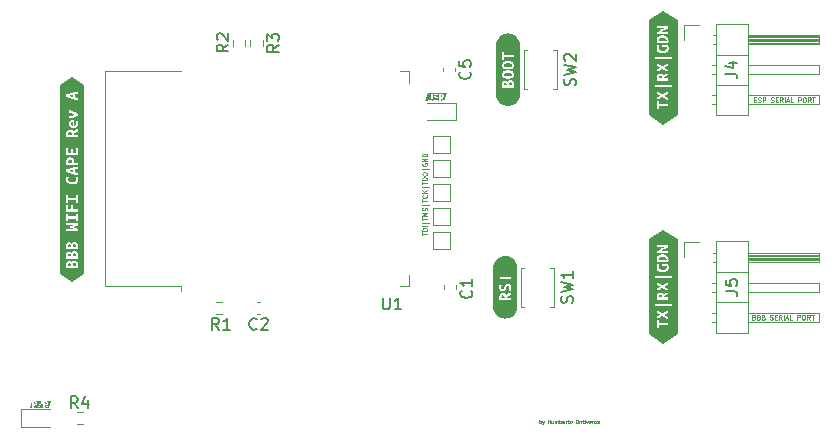
<source format=gbr>
%TF.GenerationSoftware,KiCad,Pcbnew,(5.1.12)-1*%
%TF.CreationDate,2023-08-18T20:52:49-06:00*%
%TF.ProjectId,X,582e6b69-6361-4645-9f70-636258585858,rev?*%
%TF.SameCoordinates,Original*%
%TF.FileFunction,Legend,Top*%
%TF.FilePolarity,Positive*%
%FSLAX46Y46*%
G04 Gerber Fmt 4.6, Leading zero omitted, Abs format (unit mm)*
G04 Created by KiCad (PCBNEW (5.1.12)-1) date 2023-08-18 20:52:49*
%MOMM*%
%LPD*%
G01*
G04 APERTURE LIST*
%ADD10C,0.075000*%
%ADD11C,0.100000*%
%ADD12C,0.120000*%
%ADD13C,0.150000*%
G04 APERTURE END LIST*
D10*
X163721571Y-125433914D02*
X163721571Y-125133914D01*
X163721571Y-125248200D02*
X163750142Y-125233914D01*
X163807285Y-125233914D01*
X163835857Y-125248200D01*
X163850142Y-125262485D01*
X163864428Y-125291057D01*
X163864428Y-125376771D01*
X163850142Y-125405342D01*
X163835857Y-125419628D01*
X163807285Y-125433914D01*
X163750142Y-125433914D01*
X163721571Y-125419628D01*
X163964428Y-125233914D02*
X164035857Y-125433914D01*
X164107285Y-125233914D02*
X164035857Y-125433914D01*
X164007285Y-125505342D01*
X163993000Y-125519628D01*
X163964428Y-125533914D01*
X164450142Y-125433914D02*
X164450142Y-125133914D01*
X164450142Y-125276771D02*
X164621571Y-125276771D01*
X164621571Y-125433914D02*
X164621571Y-125133914D01*
X164893000Y-125233914D02*
X164893000Y-125433914D01*
X164764428Y-125233914D02*
X164764428Y-125391057D01*
X164778714Y-125419628D01*
X164807285Y-125433914D01*
X164850142Y-125433914D01*
X164878714Y-125419628D01*
X164893000Y-125405342D01*
X165035857Y-125433914D02*
X165035857Y-125233914D01*
X165035857Y-125262485D02*
X165050142Y-125248200D01*
X165078714Y-125233914D01*
X165121571Y-125233914D01*
X165150142Y-125248200D01*
X165164428Y-125276771D01*
X165164428Y-125433914D01*
X165164428Y-125276771D02*
X165178714Y-125248200D01*
X165207285Y-125233914D01*
X165250142Y-125233914D01*
X165278714Y-125248200D01*
X165293000Y-125276771D01*
X165293000Y-125433914D01*
X165435857Y-125433914D02*
X165435857Y-125133914D01*
X165435857Y-125248200D02*
X165464428Y-125233914D01*
X165521571Y-125233914D01*
X165550142Y-125248200D01*
X165564428Y-125262485D01*
X165578714Y-125291057D01*
X165578714Y-125376771D01*
X165564428Y-125405342D01*
X165550142Y-125419628D01*
X165521571Y-125433914D01*
X165464428Y-125433914D01*
X165435857Y-125419628D01*
X165821571Y-125419628D02*
X165793000Y-125433914D01*
X165735857Y-125433914D01*
X165707285Y-125419628D01*
X165693000Y-125391057D01*
X165693000Y-125276771D01*
X165707285Y-125248200D01*
X165735857Y-125233914D01*
X165793000Y-125233914D01*
X165821571Y-125248200D01*
X165835857Y-125276771D01*
X165835857Y-125305342D01*
X165693000Y-125333914D01*
X165964428Y-125433914D02*
X165964428Y-125233914D01*
X165964428Y-125291057D02*
X165978714Y-125262485D01*
X165993000Y-125248200D01*
X166021571Y-125233914D01*
X166050142Y-125233914D01*
X166107285Y-125233914D02*
X166221571Y-125233914D01*
X166150142Y-125133914D02*
X166150142Y-125391057D01*
X166164428Y-125419628D01*
X166193000Y-125433914D01*
X166221571Y-125433914D01*
X166364428Y-125433914D02*
X166335857Y-125419628D01*
X166321571Y-125405342D01*
X166307285Y-125376771D01*
X166307285Y-125291057D01*
X166321571Y-125262485D01*
X166335857Y-125248200D01*
X166364428Y-125233914D01*
X166407285Y-125233914D01*
X166435857Y-125248200D01*
X166450142Y-125262485D01*
X166464428Y-125291057D01*
X166464428Y-125376771D01*
X166450142Y-125405342D01*
X166435857Y-125419628D01*
X166407285Y-125433914D01*
X166364428Y-125433914D01*
X166878714Y-125133914D02*
X166935857Y-125133914D01*
X166964428Y-125148200D01*
X166993000Y-125176771D01*
X167007285Y-125233914D01*
X167007285Y-125333914D01*
X166993000Y-125391057D01*
X166964428Y-125419628D01*
X166935857Y-125433914D01*
X166878714Y-125433914D01*
X166850142Y-125419628D01*
X166821571Y-125391057D01*
X166807285Y-125333914D01*
X166807285Y-125233914D01*
X166821571Y-125176771D01*
X166850142Y-125148200D01*
X166878714Y-125133914D01*
X167135857Y-125233914D02*
X167135857Y-125433914D01*
X167135857Y-125262485D02*
X167150142Y-125248200D01*
X167178714Y-125233914D01*
X167221571Y-125233914D01*
X167250142Y-125248200D01*
X167264428Y-125276771D01*
X167264428Y-125433914D01*
X167364428Y-125233914D02*
X167478714Y-125233914D01*
X167407285Y-125133914D02*
X167407285Y-125391057D01*
X167421571Y-125419628D01*
X167450142Y-125433914D01*
X167478714Y-125433914D01*
X167578714Y-125433914D02*
X167578714Y-125233914D01*
X167578714Y-125133914D02*
X167564428Y-125148200D01*
X167578714Y-125162485D01*
X167593000Y-125148200D01*
X167578714Y-125133914D01*
X167578714Y-125162485D01*
X167693000Y-125233914D02*
X167764428Y-125433914D01*
X167835857Y-125233914D01*
X168064428Y-125419628D02*
X168035857Y-125433914D01*
X167978714Y-125433914D01*
X167950142Y-125419628D01*
X167935857Y-125391057D01*
X167935857Y-125276771D01*
X167950142Y-125248200D01*
X167978714Y-125233914D01*
X168035857Y-125233914D01*
X168064428Y-125248200D01*
X168078714Y-125276771D01*
X168078714Y-125305342D01*
X167935857Y-125333914D01*
X168207285Y-125433914D02*
X168207285Y-125233914D01*
X168207285Y-125291057D02*
X168221571Y-125262485D01*
X168235857Y-125248200D01*
X168264428Y-125233914D01*
X168293000Y-125233914D01*
X168435857Y-125433914D02*
X168407285Y-125419628D01*
X168393000Y-125405342D01*
X168378714Y-125376771D01*
X168378714Y-125291057D01*
X168393000Y-125262485D01*
X168407285Y-125248200D01*
X168435857Y-125233914D01*
X168478714Y-125233914D01*
X168507285Y-125248200D01*
X168521571Y-125262485D01*
X168535857Y-125291057D01*
X168535857Y-125376771D01*
X168521571Y-125405342D01*
X168507285Y-125419628D01*
X168478714Y-125433914D01*
X168435857Y-125433914D01*
X168650142Y-125419628D02*
X168678714Y-125433914D01*
X168735857Y-125433914D01*
X168764428Y-125419628D01*
X168778714Y-125391057D01*
X168778714Y-125376771D01*
X168764428Y-125348200D01*
X168735857Y-125333914D01*
X168693000Y-125333914D01*
X168664428Y-125319628D01*
X168650142Y-125291057D01*
X168650142Y-125276771D01*
X168664428Y-125248200D01*
X168693000Y-125233914D01*
X168735857Y-125233914D01*
X168764428Y-125248200D01*
D11*
X181911942Y-98040828D02*
X182045276Y-98040828D01*
X182102419Y-98250352D02*
X181911942Y-98250352D01*
X181911942Y-97850352D01*
X182102419Y-97850352D01*
X182254800Y-98231304D02*
X182311942Y-98250352D01*
X182407180Y-98250352D01*
X182445276Y-98231304D01*
X182464323Y-98212257D01*
X182483371Y-98174161D01*
X182483371Y-98136066D01*
X182464323Y-98097971D01*
X182445276Y-98078923D01*
X182407180Y-98059876D01*
X182330990Y-98040828D01*
X182292895Y-98021780D01*
X182273847Y-98002733D01*
X182254800Y-97964638D01*
X182254800Y-97926542D01*
X182273847Y-97888447D01*
X182292895Y-97869400D01*
X182330990Y-97850352D01*
X182426228Y-97850352D01*
X182483371Y-97869400D01*
X182654800Y-98250352D02*
X182654800Y-97850352D01*
X182807180Y-97850352D01*
X182845276Y-97869400D01*
X182864323Y-97888447D01*
X182883371Y-97926542D01*
X182883371Y-97983685D01*
X182864323Y-98021780D01*
X182845276Y-98040828D01*
X182807180Y-98059876D01*
X182654800Y-98059876D01*
X183340514Y-98231304D02*
X183397657Y-98250352D01*
X183492895Y-98250352D01*
X183530990Y-98231304D01*
X183550038Y-98212257D01*
X183569085Y-98174161D01*
X183569085Y-98136066D01*
X183550038Y-98097971D01*
X183530990Y-98078923D01*
X183492895Y-98059876D01*
X183416704Y-98040828D01*
X183378609Y-98021780D01*
X183359561Y-98002733D01*
X183340514Y-97964638D01*
X183340514Y-97926542D01*
X183359561Y-97888447D01*
X183378609Y-97869400D01*
X183416704Y-97850352D01*
X183511942Y-97850352D01*
X183569085Y-97869400D01*
X183740514Y-98040828D02*
X183873847Y-98040828D01*
X183930990Y-98250352D02*
X183740514Y-98250352D01*
X183740514Y-97850352D01*
X183930990Y-97850352D01*
X184330990Y-98250352D02*
X184197657Y-98059876D01*
X184102419Y-98250352D02*
X184102419Y-97850352D01*
X184254800Y-97850352D01*
X184292895Y-97869400D01*
X184311942Y-97888447D01*
X184330990Y-97926542D01*
X184330990Y-97983685D01*
X184311942Y-98021780D01*
X184292895Y-98040828D01*
X184254800Y-98059876D01*
X184102419Y-98059876D01*
X184502419Y-98250352D02*
X184502419Y-97850352D01*
X184673847Y-98136066D02*
X184864323Y-98136066D01*
X184635752Y-98250352D02*
X184769085Y-97850352D01*
X184902419Y-98250352D01*
X185226228Y-98250352D02*
X185035752Y-98250352D01*
X185035752Y-97850352D01*
X185664323Y-98250352D02*
X185664323Y-97850352D01*
X185816704Y-97850352D01*
X185854800Y-97869400D01*
X185873847Y-97888447D01*
X185892895Y-97926542D01*
X185892895Y-97983685D01*
X185873847Y-98021780D01*
X185854800Y-98040828D01*
X185816704Y-98059876D01*
X185664323Y-98059876D01*
X186140514Y-97850352D02*
X186216704Y-97850352D01*
X186254800Y-97869400D01*
X186292895Y-97907495D01*
X186311942Y-97983685D01*
X186311942Y-98117019D01*
X186292895Y-98193209D01*
X186254800Y-98231304D01*
X186216704Y-98250352D01*
X186140514Y-98250352D01*
X186102419Y-98231304D01*
X186064323Y-98193209D01*
X186045276Y-98117019D01*
X186045276Y-97983685D01*
X186064323Y-97907495D01*
X186102419Y-97869400D01*
X186140514Y-97850352D01*
X186711942Y-98250352D02*
X186578609Y-98059876D01*
X186483371Y-98250352D02*
X186483371Y-97850352D01*
X186635752Y-97850352D01*
X186673847Y-97869400D01*
X186692895Y-97888447D01*
X186711942Y-97926542D01*
X186711942Y-97983685D01*
X186692895Y-98021780D01*
X186673847Y-98040828D01*
X186635752Y-98059876D01*
X186483371Y-98059876D01*
X186826228Y-97850352D02*
X187054800Y-97850352D01*
X186940514Y-98250352D02*
X186940514Y-97850352D01*
X181915104Y-116455828D02*
X181972247Y-116474876D01*
X181991295Y-116493923D01*
X182010342Y-116532019D01*
X182010342Y-116589161D01*
X181991295Y-116627257D01*
X181972247Y-116646304D01*
X181934152Y-116665352D01*
X181781771Y-116665352D01*
X181781771Y-116265352D01*
X181915104Y-116265352D01*
X181953200Y-116284400D01*
X181972247Y-116303447D01*
X181991295Y-116341542D01*
X181991295Y-116379638D01*
X181972247Y-116417733D01*
X181953200Y-116436780D01*
X181915104Y-116455828D01*
X181781771Y-116455828D01*
X182315104Y-116455828D02*
X182372247Y-116474876D01*
X182391295Y-116493923D01*
X182410342Y-116532019D01*
X182410342Y-116589161D01*
X182391295Y-116627257D01*
X182372247Y-116646304D01*
X182334152Y-116665352D01*
X182181771Y-116665352D01*
X182181771Y-116265352D01*
X182315104Y-116265352D01*
X182353200Y-116284400D01*
X182372247Y-116303447D01*
X182391295Y-116341542D01*
X182391295Y-116379638D01*
X182372247Y-116417733D01*
X182353200Y-116436780D01*
X182315104Y-116455828D01*
X182181771Y-116455828D01*
X182715104Y-116455828D02*
X182772247Y-116474876D01*
X182791295Y-116493923D01*
X182810342Y-116532019D01*
X182810342Y-116589161D01*
X182791295Y-116627257D01*
X182772247Y-116646304D01*
X182734152Y-116665352D01*
X182581771Y-116665352D01*
X182581771Y-116265352D01*
X182715104Y-116265352D01*
X182753200Y-116284400D01*
X182772247Y-116303447D01*
X182791295Y-116341542D01*
X182791295Y-116379638D01*
X182772247Y-116417733D01*
X182753200Y-116436780D01*
X182715104Y-116455828D01*
X182581771Y-116455828D01*
X183267485Y-116646304D02*
X183324628Y-116665352D01*
X183419866Y-116665352D01*
X183457961Y-116646304D01*
X183477009Y-116627257D01*
X183496057Y-116589161D01*
X183496057Y-116551066D01*
X183477009Y-116512971D01*
X183457961Y-116493923D01*
X183419866Y-116474876D01*
X183343676Y-116455828D01*
X183305580Y-116436780D01*
X183286533Y-116417733D01*
X183267485Y-116379638D01*
X183267485Y-116341542D01*
X183286533Y-116303447D01*
X183305580Y-116284400D01*
X183343676Y-116265352D01*
X183438914Y-116265352D01*
X183496057Y-116284400D01*
X183667485Y-116455828D02*
X183800819Y-116455828D01*
X183857961Y-116665352D02*
X183667485Y-116665352D01*
X183667485Y-116265352D01*
X183857961Y-116265352D01*
X184257961Y-116665352D02*
X184124628Y-116474876D01*
X184029390Y-116665352D02*
X184029390Y-116265352D01*
X184181771Y-116265352D01*
X184219866Y-116284400D01*
X184238914Y-116303447D01*
X184257961Y-116341542D01*
X184257961Y-116398685D01*
X184238914Y-116436780D01*
X184219866Y-116455828D01*
X184181771Y-116474876D01*
X184029390Y-116474876D01*
X184429390Y-116665352D02*
X184429390Y-116265352D01*
X184600819Y-116551066D02*
X184791295Y-116551066D01*
X184562723Y-116665352D02*
X184696057Y-116265352D01*
X184829390Y-116665352D01*
X185153200Y-116665352D02*
X184962723Y-116665352D01*
X184962723Y-116265352D01*
X185591295Y-116665352D02*
X185591295Y-116265352D01*
X185743676Y-116265352D01*
X185781771Y-116284400D01*
X185800819Y-116303447D01*
X185819866Y-116341542D01*
X185819866Y-116398685D01*
X185800819Y-116436780D01*
X185781771Y-116455828D01*
X185743676Y-116474876D01*
X185591295Y-116474876D01*
X186067485Y-116265352D02*
X186143676Y-116265352D01*
X186181771Y-116284400D01*
X186219866Y-116322495D01*
X186238914Y-116398685D01*
X186238914Y-116532019D01*
X186219866Y-116608209D01*
X186181771Y-116646304D01*
X186143676Y-116665352D01*
X186067485Y-116665352D01*
X186029390Y-116646304D01*
X185991295Y-116608209D01*
X185972247Y-116532019D01*
X185972247Y-116398685D01*
X185991295Y-116322495D01*
X186029390Y-116284400D01*
X186067485Y-116265352D01*
X186638914Y-116665352D02*
X186505580Y-116474876D01*
X186410342Y-116665352D02*
X186410342Y-116265352D01*
X186562723Y-116265352D01*
X186600819Y-116284400D01*
X186619866Y-116303447D01*
X186638914Y-116341542D01*
X186638914Y-116398685D01*
X186619866Y-116436780D01*
X186600819Y-116455828D01*
X186562723Y-116474876D01*
X186410342Y-116474876D01*
X186753200Y-116265352D02*
X186981771Y-116265352D01*
X186867485Y-116665352D02*
X186867485Y-116265352D01*
X153831952Y-109511666D02*
X153831952Y-109283095D01*
X154231952Y-109397380D02*
X153831952Y-109397380D01*
X154231952Y-109149761D02*
X153831952Y-109149761D01*
X153831952Y-109054523D01*
X153851000Y-108997380D01*
X153889095Y-108959285D01*
X153927190Y-108940238D01*
X154003380Y-108921190D01*
X154060523Y-108921190D01*
X154136714Y-108940238D01*
X154174809Y-108959285D01*
X154212904Y-108997380D01*
X154231952Y-109054523D01*
X154231952Y-109149761D01*
X154231952Y-108749761D02*
X153831952Y-108749761D01*
X154365285Y-108464047D02*
X153793857Y-108464047D01*
X153831952Y-108235476D02*
X153831952Y-108006904D01*
X154231952Y-108121190D02*
X153831952Y-108121190D01*
X154231952Y-107873571D02*
X153831952Y-107873571D01*
X154117666Y-107740238D01*
X153831952Y-107606904D01*
X154231952Y-107606904D01*
X154212904Y-107435476D02*
X154231952Y-107378333D01*
X154231952Y-107283095D01*
X154212904Y-107245000D01*
X154193857Y-107225952D01*
X154155761Y-107206904D01*
X154117666Y-107206904D01*
X154079571Y-107225952D01*
X154060523Y-107245000D01*
X154041476Y-107283095D01*
X154022428Y-107359285D01*
X154003380Y-107397380D01*
X153984333Y-107416428D01*
X153946238Y-107435476D01*
X153908142Y-107435476D01*
X153870047Y-107416428D01*
X153851000Y-107397380D01*
X153831952Y-107359285D01*
X153831952Y-107264047D01*
X153851000Y-107206904D01*
X154365285Y-106940238D02*
X153793857Y-106940238D01*
X153831952Y-106711666D02*
X153831952Y-106483095D01*
X154231952Y-106597380D02*
X153831952Y-106597380D01*
X154193857Y-106121190D02*
X154212904Y-106140238D01*
X154231952Y-106197380D01*
X154231952Y-106235476D01*
X154212904Y-106292619D01*
X154174809Y-106330714D01*
X154136714Y-106349761D01*
X154060523Y-106368809D01*
X154003380Y-106368809D01*
X153927190Y-106349761D01*
X153889095Y-106330714D01*
X153851000Y-106292619D01*
X153831952Y-106235476D01*
X153831952Y-106197380D01*
X153851000Y-106140238D01*
X153870047Y-106121190D01*
X154231952Y-105949761D02*
X153831952Y-105949761D01*
X154231952Y-105721190D02*
X154003380Y-105892619D01*
X153831952Y-105721190D02*
X154060523Y-105949761D01*
X154365285Y-105454523D02*
X153793857Y-105454523D01*
X153831952Y-105225952D02*
X153831952Y-104997380D01*
X154231952Y-105111666D02*
X153831952Y-105111666D01*
X154231952Y-104864047D02*
X153831952Y-104864047D01*
X153831952Y-104768809D01*
X153851000Y-104711666D01*
X153889095Y-104673571D01*
X153927190Y-104654523D01*
X154003380Y-104635476D01*
X154060523Y-104635476D01*
X154136714Y-104654523D01*
X154174809Y-104673571D01*
X154212904Y-104711666D01*
X154231952Y-104768809D01*
X154231952Y-104864047D01*
X153831952Y-104387857D02*
X153831952Y-104311666D01*
X153851000Y-104273571D01*
X153889095Y-104235476D01*
X153965285Y-104216428D01*
X154098619Y-104216428D01*
X154174809Y-104235476D01*
X154212904Y-104273571D01*
X154231952Y-104311666D01*
X154231952Y-104387857D01*
X154212904Y-104425952D01*
X154174809Y-104464047D01*
X154098619Y-104483095D01*
X153965285Y-104483095D01*
X153889095Y-104464047D01*
X153851000Y-104425952D01*
X153831952Y-104387857D01*
X154365285Y-103949761D02*
X153793857Y-103949761D01*
X153851000Y-103454523D02*
X153831952Y-103492619D01*
X153831952Y-103549761D01*
X153851000Y-103606904D01*
X153889095Y-103645000D01*
X153927190Y-103664047D01*
X154003380Y-103683095D01*
X154060523Y-103683095D01*
X154136714Y-103664047D01*
X154174809Y-103645000D01*
X154212904Y-103606904D01*
X154231952Y-103549761D01*
X154231952Y-103511666D01*
X154212904Y-103454523D01*
X154193857Y-103435476D01*
X154060523Y-103435476D01*
X154060523Y-103511666D01*
X154231952Y-103264047D02*
X153831952Y-103264047D01*
X154231952Y-103035476D01*
X153831952Y-103035476D01*
X154231952Y-102845000D02*
X153831952Y-102845000D01*
X153831952Y-102749761D01*
X153851000Y-102692619D01*
X153889095Y-102654523D01*
X153927190Y-102635476D01*
X154003380Y-102616428D01*
X154060523Y-102616428D01*
X154136714Y-102635476D01*
X154174809Y-102654523D01*
X154212904Y-102692619D01*
X154231952Y-102749761D01*
X154231952Y-102845000D01*
%TO.C,kibuzzard-64DF0CF9*%
G36*
X124080587Y-110457456D02*
G01*
X124048044Y-110344744D01*
X123958350Y-110306644D01*
X123901994Y-110317756D01*
X123868656Y-110347919D01*
X123852781Y-110392369D01*
X123848812Y-110444756D01*
X123850400Y-110490794D01*
X123855162Y-110533656D01*
X124080587Y-110533656D01*
X124080587Y-110457456D01*
G37*
G36*
X124080587Y-111251206D02*
G01*
X124048044Y-111138494D01*
X123958350Y-111100394D01*
X123901994Y-111111506D01*
X123868656Y-111141669D01*
X123852781Y-111186119D01*
X123848812Y-111238506D01*
X123850400Y-111284544D01*
X123855162Y-111327406D01*
X124080587Y-111327406D01*
X124080587Y-111251206D01*
G37*
G36*
X124080587Y-112044956D02*
G01*
X124048044Y-111932244D01*
X123958350Y-111894144D01*
X123901994Y-111905256D01*
X123868656Y-111935419D01*
X123852781Y-111979869D01*
X123848812Y-112032256D01*
X123850400Y-112078294D01*
X123855162Y-112121156D01*
X124080587Y-112121156D01*
X124080587Y-112044956D01*
G37*
G36*
X124228225Y-99946619D02*
G01*
X124170281Y-99954556D01*
X124120275Y-99979956D01*
X124084556Y-100024406D01*
X124071062Y-100091081D01*
X124083762Y-100156962D01*
X124118687Y-100203000D01*
X124169487Y-100231575D01*
X124228225Y-100245069D01*
X124228225Y-99946619D01*
G37*
G36*
X123999625Y-100776881D02*
G01*
X123932156Y-100788787D01*
X123885325Y-100824506D01*
X123857941Y-100879672D01*
X123848812Y-100949919D01*
X123849606Y-100976906D01*
X123853575Y-101008656D01*
X124148850Y-101008656D01*
X124148850Y-100965794D01*
X124139127Y-100879672D01*
X124109956Y-100821331D01*
X123999625Y-100776881D01*
G37*
G36*
X124242513Y-110533656D02*
G01*
X124509213Y-110533656D01*
X124513975Y-110488413D01*
X124515563Y-110439994D01*
X124510006Y-110374906D01*
X124489369Y-110318550D01*
X124446506Y-110278069D01*
X124375863Y-110262194D01*
X124273469Y-110307438D01*
X124242513Y-110428881D01*
X124242513Y-110533656D01*
G37*
G36*
X124242513Y-111327406D02*
G01*
X124509213Y-111327406D01*
X124513975Y-111282163D01*
X124515563Y-111233744D01*
X124510006Y-111168656D01*
X124489369Y-111112300D01*
X124446506Y-111071819D01*
X124375863Y-111055944D01*
X124273469Y-111101188D01*
X124242513Y-111222631D01*
X124242513Y-111327406D01*
G37*
G36*
X124242513Y-112121156D02*
G01*
X124509213Y-112121156D01*
X124513975Y-112075913D01*
X124515563Y-112027494D01*
X124510006Y-111962406D01*
X124489369Y-111906050D01*
X124446506Y-111865569D01*
X124375863Y-111849694D01*
X124273469Y-111894938D01*
X124242513Y-112016381D01*
X124242513Y-112121156D01*
G37*
G36*
X123848812Y-103293069D02*
G01*
X123849606Y-103341487D01*
X123853575Y-103389906D01*
X124171075Y-103389906D01*
X124171075Y-103310531D01*
X124161748Y-103228378D01*
X124133769Y-103169244D01*
X124083167Y-103133525D01*
X124005975Y-103121619D01*
X123932752Y-103133327D01*
X123884531Y-103168450D01*
X123857742Y-103223020D01*
X123848812Y-103293069D01*
G37*
G36*
X123880562Y-97719356D02*
G01*
X123986131Y-97748725D01*
X124084556Y-97774125D01*
X124182188Y-97796350D01*
X124283788Y-97816194D01*
X124283788Y-97624106D01*
X124182188Y-97643156D01*
X124084556Y-97664587D01*
X123986131Y-97689987D01*
X123880562Y-97719356D01*
G37*
G36*
X123880562Y-104069356D02*
G01*
X123986131Y-104098725D01*
X124084556Y-104124125D01*
X124182188Y-104146350D01*
X124283788Y-104166194D01*
X124283788Y-103974106D01*
X124182188Y-103993156D01*
X124084556Y-104014587D01*
X123986131Y-104039987D01*
X123880562Y-104069356D01*
G37*
G36*
X123155207Y-112316419D02*
G01*
X123678950Y-112062419D01*
X123684705Y-111961613D01*
X123701969Y-111881444D01*
X123762294Y-111771906D01*
X123845637Y-111717931D01*
X123937712Y-111703644D01*
X124003594Y-111712177D01*
X124061537Y-111737775D01*
X124147262Y-111829056D01*
X124190125Y-111745117D01*
X124245688Y-111693325D01*
X124309188Y-111666536D01*
X124375863Y-111657606D01*
X124457420Y-111665147D01*
X124524294Y-111687769D01*
X124656850Y-111522669D01*
X123702762Y-111522669D01*
X123686094Y-111400431D01*
X123678950Y-111268669D01*
X123684705Y-111167863D01*
X123701969Y-111087694D01*
X123762294Y-110978156D01*
X123845637Y-110924181D01*
X123937712Y-110909894D01*
X124003594Y-110918427D01*
X124061537Y-110944025D01*
X124147262Y-111035306D01*
X124190125Y-110951367D01*
X124245688Y-110899575D01*
X124309188Y-110872786D01*
X124375863Y-110863856D01*
X124457420Y-110871397D01*
X124524294Y-110894019D01*
X124619544Y-110975775D01*
X124650103Y-111032131D01*
X124670344Y-111098013D01*
X124681655Y-111171236D01*
X124685425Y-111249619D01*
X124683639Y-111315897D01*
X124678281Y-111384556D01*
X124669352Y-111454009D01*
X124656850Y-111522669D01*
X124524294Y-111687769D01*
X124619544Y-111769525D01*
X124650103Y-111825881D01*
X124670344Y-111891763D01*
X124681655Y-111964986D01*
X124685425Y-112043369D01*
X124683639Y-112109647D01*
X124678281Y-112178306D01*
X124669352Y-112247759D01*
X124656850Y-112316419D01*
X123702762Y-112316419D01*
X123686094Y-112194181D01*
X123678950Y-112062419D01*
X123155207Y-112316419D01*
X123155207Y-112829049D01*
X124180600Y-113512644D01*
X125205993Y-112829049D01*
X124656850Y-110728919D01*
X123702762Y-110728919D01*
X123686094Y-110606681D01*
X123678950Y-110474919D01*
X123684705Y-110374113D01*
X123701969Y-110293944D01*
X123762294Y-110184406D01*
X123845637Y-110130431D01*
X123937712Y-110116144D01*
X124003594Y-110124677D01*
X124061537Y-110150275D01*
X124147262Y-110241556D01*
X124190125Y-110157617D01*
X124245688Y-110105825D01*
X124309188Y-110079036D01*
X124375863Y-110070106D01*
X124457420Y-110077647D01*
X124190919Y-109170788D01*
X124064316Y-109177336D01*
X123936919Y-109182694D01*
X123811308Y-109187059D01*
X123690062Y-109190631D01*
X123690062Y-109009656D01*
X123785312Y-109011244D01*
X123883737Y-109012831D01*
X123983552Y-109014419D01*
X124082969Y-109016006D01*
X124180997Y-109017594D01*
X124276644Y-109019181D01*
X124368123Y-109020372D01*
X124453650Y-109020769D01*
X124342525Y-108988225D01*
X124223463Y-108953300D01*
X124115512Y-108922344D01*
X124037725Y-108900119D01*
X124037725Y-108757244D01*
X124112337Y-108738194D01*
X124210763Y-108710413D01*
X124326650Y-108677075D01*
X124453650Y-108641356D01*
X124368123Y-108641753D01*
X124276644Y-108642944D01*
X124181195Y-108644531D01*
X124083762Y-108646119D01*
X123984742Y-108647706D01*
X123884531Y-108649294D01*
X123785511Y-108650484D01*
X123690062Y-108650881D01*
X123690062Y-108469906D01*
X123812498Y-108474669D01*
X123938506Y-108479431D01*
X124065903Y-108484591D01*
X124192506Y-108490544D01*
X124317720Y-108497489D01*
X124440950Y-108505625D01*
X124560013Y-108514952D01*
X124672725Y-108525469D01*
X124672725Y-108687394D01*
X124568942Y-108722319D01*
X124457619Y-108757244D01*
X124345105Y-108792169D01*
X124237750Y-108827094D01*
X124342128Y-108862813D01*
X124455238Y-108900119D01*
X124568347Y-108936631D01*
X124672725Y-108969969D01*
X124672725Y-109131894D01*
X124559814Y-109143800D01*
X124440156Y-109154119D01*
X124316331Y-109163048D01*
X124190919Y-109170788D01*
X124457420Y-110077647D01*
X124524294Y-110100269D01*
X124619544Y-110182025D01*
X124650103Y-110238381D01*
X124670344Y-110304263D01*
X124681655Y-110377486D01*
X124685425Y-110455869D01*
X124683639Y-110522147D01*
X124678281Y-110590806D01*
X124669352Y-110660259D01*
X124656850Y-110728919D01*
X125205993Y-112829049D01*
X125205993Y-112316419D01*
X124672725Y-108347669D01*
X124510800Y-108347669D01*
X124510800Y-108133356D01*
X123851987Y-108133356D01*
X123851987Y-108347669D01*
X123690062Y-108347669D01*
X123690062Y-107723781D01*
X123851987Y-107723781D01*
X123851987Y-107936506D01*
X124510800Y-107936506D01*
X124510800Y-107723781D01*
X124672725Y-107723781D01*
X124672725Y-108347669D01*
X125205993Y-112316419D01*
X125205993Y-97335181D01*
X124672725Y-107539631D01*
X123690062Y-107539631D01*
X123690062Y-106937969D01*
X123851987Y-106937969D01*
X123851987Y-107344369D01*
X124090112Y-107344369D01*
X124090112Y-106988769D01*
X124252038Y-106988769D01*
X124252038Y-107344369D01*
X124672725Y-107344369D01*
X124672725Y-107539631D01*
X125205993Y-97335181D01*
X125205993Y-96822551D01*
X124672725Y-106760169D01*
X124510800Y-106760169D01*
X124510800Y-106545856D01*
X123851987Y-106545856D01*
X123851987Y-106760169D01*
X123690062Y-106760169D01*
X123690062Y-106136281D01*
X123851987Y-106136281D01*
X123851987Y-106349006D01*
X124510800Y-106349006D01*
X124510800Y-106136281D01*
X124678546Y-104916199D01*
X124634096Y-105022033D01*
X124560013Y-105105994D01*
X124486293Y-105153916D01*
X124398484Y-105188147D01*
X124296587Y-105208685D01*
X124180600Y-105215531D01*
X124065109Y-105207197D01*
X123963112Y-105182194D01*
X123875205Y-105142308D01*
X123801981Y-105089325D01*
X123744037Y-105024238D01*
X123701969Y-104948038D01*
X123676370Y-104862511D01*
X123667837Y-104769444D01*
X123676569Y-104674987D01*
X123696412Y-104601169D01*
X123720225Y-104547987D01*
X123739275Y-104515444D01*
X123894850Y-104566244D01*
X123854369Y-104654350D01*
X123837700Y-104772619D01*
X123854369Y-104862313D01*
X123909931Y-104940100D01*
X124013912Y-104995663D01*
X124086937Y-105011736D01*
X124175837Y-105017094D01*
X124279290Y-105010656D01*
X124448570Y-104394222D01*
X124342684Y-104365965D01*
X124240925Y-104337580D01*
X124143294Y-104309069D01*
X124025372Y-104273648D01*
X123910527Y-104238822D01*
X123798757Y-104204591D01*
X123690062Y-104170956D01*
X123690062Y-103958231D01*
X123799650Y-103923356D01*
X123912511Y-103888580D01*
X124028646Y-103853903D01*
X124148056Y-103819325D01*
X124246513Y-103791861D01*
X124348208Y-103764715D01*
X124453142Y-103737886D01*
X124561314Y-103711375D01*
X124672725Y-103685181D01*
X124672725Y-103894731D01*
X124445713Y-103940769D01*
X124445713Y-104202706D01*
X124672725Y-104247156D01*
X124672725Y-104450356D01*
X124558584Y-104422353D01*
X124448570Y-104394222D01*
X124279290Y-105010656D01*
X124365279Y-104991341D01*
X124433806Y-104959150D01*
X124501077Y-104882752D01*
X124523500Y-104769444D01*
X124506038Y-104643237D01*
X124471113Y-104563069D01*
X124625100Y-104513856D01*
X124671931Y-104625775D01*
X124688005Y-104701777D01*
X124693363Y-104788494D01*
X124678546Y-104916199D01*
X124510800Y-106136281D01*
X124672725Y-106136281D01*
X124672725Y-106760169D01*
X125205993Y-96822551D01*
X124180600Y-96138956D01*
X124561314Y-97361375D01*
X124672725Y-97335181D01*
X124672725Y-97544731D01*
X124445713Y-97590769D01*
X124445713Y-97852706D01*
X124672725Y-97897156D01*
X124672725Y-98100356D01*
X124558584Y-98072353D01*
X124448570Y-98044222D01*
X124342684Y-98015965D01*
X124240925Y-97987580D01*
X124143294Y-97959069D01*
X124025372Y-97923648D01*
X123910527Y-97888822D01*
X123798757Y-97854591D01*
X123690062Y-97820956D01*
X123690062Y-97608231D01*
X123799650Y-97573356D01*
X123912511Y-97538580D01*
X124028646Y-97503903D01*
X124148056Y-97469325D01*
X124246513Y-97441861D01*
X124348208Y-97414715D01*
X124453142Y-97387886D01*
X124561314Y-97361375D01*
X124180600Y-96138956D01*
X123155207Y-96822551D01*
X123678950Y-103315294D01*
X123687505Y-103199759D01*
X123678950Y-100949919D01*
X123683712Y-100869750D01*
X123698000Y-100797519D01*
X123722209Y-100734019D01*
X123756737Y-100680044D01*
X123857544Y-100604637D01*
X123924020Y-100584992D01*
X124001212Y-100578444D01*
X124082969Y-100587175D01*
X124156787Y-100613369D01*
X124218303Y-100659803D01*
X124306013Y-100446681D01*
X124213541Y-100439141D01*
X124132975Y-100416519D01*
X124064514Y-100381594D01*
X124008356Y-100337144D01*
X123964502Y-100284359D01*
X123932950Y-100224431D01*
X123913900Y-100160137D01*
X123907550Y-100094256D01*
X123918398Y-99993009D01*
X123950942Y-99909401D01*
X124005181Y-99843431D01*
X124080235Y-99795806D01*
X124175220Y-99767231D01*
X124290138Y-99757706D01*
X124329825Y-99758500D01*
X124363163Y-99760881D01*
X124363163Y-100245069D01*
X124428448Y-100229987D01*
X124478256Y-100184744D01*
X124509808Y-100115687D01*
X124520325Y-100029169D01*
X124507625Y-99917250D01*
X124482225Y-99827556D01*
X124648913Y-99800569D01*
X124672725Y-99394169D01*
X124573153Y-99442058D01*
X124462822Y-99490477D01*
X124341731Y-99539425D01*
X124244646Y-99575888D01*
X124143095Y-99611458D01*
X124037080Y-99646135D01*
X123926600Y-99679919D01*
X123926600Y-99475131D01*
X123988909Y-99459455D01*
X124055187Y-99441000D01*
X124123648Y-99420561D01*
X124192506Y-99398931D01*
X124260570Y-99376508D01*
X124326650Y-99353687D01*
X124445713Y-99310031D01*
X124326650Y-99263994D01*
X124260570Y-99238792D01*
X124192506Y-99213987D01*
X124123648Y-99189778D01*
X124055187Y-99166362D01*
X123988909Y-99145527D01*
X123926600Y-99129056D01*
X123926600Y-98930619D01*
X124037080Y-98964849D01*
X124143095Y-99000866D01*
X124244646Y-99038668D01*
X124341731Y-99078256D01*
X124462822Y-99131173D01*
X124573153Y-99181973D01*
X124672725Y-99230656D01*
X124672725Y-99394169D01*
X124648913Y-99800569D01*
X124678281Y-99908519D01*
X124690188Y-100037106D01*
X124684036Y-100127395D01*
X124665581Y-100207762D01*
X124635022Y-100277612D01*
X124592556Y-100336350D01*
X124538383Y-100383380D01*
X124472700Y-100418106D01*
X124395309Y-100439537D01*
X124306013Y-100446681D01*
X124218303Y-100659803D01*
X124263150Y-100729256D01*
X124354431Y-100672106D01*
X124459206Y-100613369D01*
X124568744Y-100558600D01*
X124672725Y-100513356D01*
X124672725Y-100718144D01*
X124579261Y-100757633D01*
X124489369Y-100803075D01*
X124400667Y-100853280D01*
X124310775Y-100907056D01*
X124310775Y-101008656D01*
X124672725Y-101008656D01*
X124672725Y-101203919D01*
X123704350Y-101203919D01*
X123692444Y-101141212D01*
X123684506Y-101072156D01*
X123680538Y-101005481D01*
X123678950Y-100949919D01*
X123687505Y-103199759D01*
X123713169Y-103102922D01*
X123755944Y-103024781D01*
X123818121Y-102967455D01*
X123901994Y-102933059D01*
X124007562Y-102921594D01*
X124114190Y-102933147D01*
X124199121Y-102967808D01*
X124262356Y-103025575D01*
X124306013Y-103104509D01*
X124332206Y-103202669D01*
X124340938Y-103320056D01*
X124340938Y-103389906D01*
X124672725Y-102777131D01*
X123690062Y-102777131D01*
X123690062Y-102181819D01*
X123851987Y-102181819D01*
X123851987Y-102581869D01*
X124072650Y-102581869D01*
X124072650Y-102234206D01*
X124234575Y-102234206D01*
X124234575Y-102581869D01*
X124510800Y-102581869D01*
X124510800Y-102146894D01*
X124672725Y-102146894D01*
X124672725Y-102777131D01*
X124340938Y-103389906D01*
X124672725Y-103389906D01*
X124672725Y-103585169D01*
X123702762Y-103585169D01*
X123691650Y-103520875D01*
X123684506Y-103448644D01*
X123680538Y-103377206D01*
X123678950Y-103315294D01*
X123155207Y-96822551D01*
X123155207Y-97335181D01*
X123155207Y-112316419D01*
G37*
%TO.C,kibuzzard-64DF08E2*%
G36*
X122013504Y-123744672D02*
G01*
X122006360Y-123704191D01*
X121984929Y-123676092D01*
X121951829Y-123659662D01*
X121909681Y-123654185D01*
X121893489Y-123654661D01*
X121874439Y-123657042D01*
X121874439Y-123834208D01*
X121900156Y-123834208D01*
X121951829Y-123828373D01*
X121986834Y-123810871D01*
X122013504Y-123744672D01*
G37*
G36*
X120980041Y-123654185D02*
G01*
X120950990Y-123654661D01*
X120921939Y-123657042D01*
X120921939Y-123847542D01*
X120969564Y-123847542D01*
X121018856Y-123841947D01*
X121054336Y-123825159D01*
X121075767Y-123794798D01*
X121082911Y-123748482D01*
X121075887Y-123704548D01*
X121054812Y-123675616D01*
X121022070Y-123659543D01*
X120980041Y-123654185D01*
G37*
G36*
X120804781Y-123524486D02*
G01*
X120966706Y-123552267D01*
X121036027Y-123557400D01*
X121094130Y-123572799D01*
X121141014Y-123598464D01*
X121175410Y-123635770D01*
X121256266Y-123707049D01*
X121253647Y-123631682D01*
X121251504Y-123558935D01*
X121360089Y-123558935D01*
X121359136Y-123616085D01*
X121358184Y-123675140D01*
X121357231Y-123735028D01*
X121356279Y-123794679D01*
X121355326Y-123853496D01*
X121354374Y-123910884D01*
X121353659Y-123965772D01*
X121353421Y-124017088D01*
X121372947Y-123950413D01*
X121393902Y-123878975D01*
X121412476Y-123814205D01*
X121425811Y-123767532D01*
X121511536Y-123767532D01*
X121522966Y-123812300D01*
X121539635Y-123871355D01*
X121559638Y-123940888D01*
X121581069Y-124017088D01*
X121580831Y-123965772D01*
X121580116Y-123910884D01*
X121579164Y-123853615D01*
X121578211Y-123795155D01*
X121577259Y-123735743D01*
X121576306Y-123675616D01*
X121575592Y-123616204D01*
X121575354Y-123558935D01*
X121683939Y-123558935D01*
X121681081Y-123632397D01*
X121757281Y-124148533D01*
X121757281Y-123567507D01*
X121794905Y-123560364D01*
X121836339Y-123555601D01*
X121876344Y-123553220D01*
X121909681Y-123552267D01*
X121957783Y-123555125D01*
X122001121Y-123563697D01*
X122039221Y-123578223D01*
X122071606Y-123598940D01*
X122116850Y-123659424D01*
X122128637Y-123699310D01*
X122132566Y-123745625D01*
X122127328Y-123794679D01*
X122111611Y-123838970D01*
X122083751Y-123875879D01*
X122042079Y-123902788D01*
X122076369Y-123957556D01*
X122111611Y-124020421D01*
X122144473Y-124086144D01*
X122171619Y-124148533D01*
X122048746Y-124148533D01*
X122025053Y-124092454D01*
X121997788Y-124038519D01*
X121967665Y-123985298D01*
X121935399Y-123931363D01*
X121874439Y-123931363D01*
X121874439Y-124148533D01*
X121757281Y-124148533D01*
X121681081Y-123632397D01*
X121678224Y-123708001D01*
X121675128Y-123784439D01*
X121671556Y-123860401D01*
X121667389Y-123935530D01*
X121662508Y-124009468D01*
X121656912Y-124080905D01*
X121650601Y-124148533D01*
X121553446Y-124148533D01*
X121532491Y-124086263D01*
X121511536Y-124019469D01*
X121490581Y-123951960D01*
X121469626Y-123887548D01*
X121448195Y-123950174D01*
X121425811Y-124018040D01*
X121403904Y-124085906D01*
X121383901Y-124148533D01*
X121286746Y-124148533D01*
X121279602Y-124080786D01*
X121273411Y-124008991D01*
X121268053Y-123934696D01*
X121263410Y-123859449D01*
X121259481Y-123783487D01*
X121256266Y-123707049D01*
X121175410Y-123635770D01*
X121196047Y-123686094D01*
X121202926Y-123749435D01*
X121195994Y-123813411D01*
X121175198Y-123864370D01*
X121140537Y-123902311D01*
X121093177Y-123928505D01*
X121034281Y-123944221D01*
X120963849Y-123949460D01*
X120921939Y-123949460D01*
X120921939Y-124148533D01*
X120804781Y-124148533D01*
X120804781Y-123566555D01*
X120843357Y-123559887D01*
X120886696Y-123555601D01*
X120929559Y-123553220D01*
X120966706Y-123552267D01*
X120804781Y-123524486D01*
X120777000Y-123524486D01*
X120581452Y-124176314D01*
X120777000Y-124176314D01*
X120804781Y-124176314D01*
X122171619Y-124176314D01*
X122199400Y-124176314D01*
X122394948Y-123524486D01*
X122199400Y-123524486D01*
X122171619Y-123524486D01*
X120804781Y-123524486D01*
G37*
%TO.C,kibuzzard-64DF07FE*%
G36*
X155523248Y-97732215D02*
G01*
X155516104Y-97691734D01*
X155494672Y-97663635D01*
X155461573Y-97647204D01*
X155419425Y-97641727D01*
X155403233Y-97642204D01*
X155384183Y-97644585D01*
X155384183Y-97821750D01*
X155409900Y-97821750D01*
X155461573Y-97815916D01*
X155496578Y-97798414D01*
X155523248Y-97732215D01*
G37*
G36*
X154300237Y-97505361D02*
G01*
X154300237Y-97546477D01*
X154418347Y-97546477D01*
X154418347Y-97915095D01*
X154422157Y-97977484D01*
X154435016Y-98017965D01*
X154460257Y-98039873D01*
X154501215Y-98046540D01*
X154542172Y-98039873D01*
X154567890Y-98017489D01*
X154581225Y-97976531D01*
X154585035Y-97914143D01*
X154585035Y-97546477D01*
X154702192Y-97546477D01*
X154702192Y-97922715D01*
X154699811Y-97971769D01*
X154692667Y-98016060D01*
X154679571Y-98054874D01*
X154659330Y-98087498D01*
X154777440Y-98103690D01*
X154811730Y-98008440D01*
X154873166Y-98037015D01*
X154912814Y-98047016D01*
X154960320Y-98050350D01*
X155009374Y-98044159D01*
X155040330Y-98027014D01*
X155056046Y-98002249D01*
X155060333Y-97974150D01*
X155049855Y-97941765D01*
X155023185Y-97916524D01*
X154986990Y-97896521D01*
X154946985Y-97879853D01*
X154891740Y-97857945D01*
X154839829Y-97826512D01*
X154801252Y-97779364D01*
X154786012Y-97709355D01*
X154799467Y-97635536D01*
X154839829Y-97579815D01*
X154880204Y-97553886D01*
X154929575Y-97538328D01*
X154987942Y-97533142D01*
X155038782Y-97536238D01*
X155082716Y-97545525D01*
X155419425Y-97539810D01*
X155467526Y-97542667D01*
X155510865Y-97551240D01*
X155548965Y-97565766D01*
X155581350Y-97586483D01*
X155626594Y-97646966D01*
X155638381Y-97686852D01*
X155642310Y-97733167D01*
X155637071Y-97782221D01*
X155621355Y-97826512D01*
X155593494Y-97863422D01*
X155551823Y-97890330D01*
X155586113Y-97945099D01*
X155621355Y-98007964D01*
X155654216Y-98073686D01*
X155681363Y-98136075D01*
X155558490Y-98136075D01*
X155534797Y-98079997D01*
X155507531Y-98026061D01*
X155477408Y-97972840D01*
X155445143Y-97918905D01*
X155384183Y-97918905D01*
X155384183Y-98136075D01*
X155267025Y-98136075D01*
X155267025Y-97555050D01*
X155304649Y-97547906D01*
X155346083Y-97543144D01*
X155386088Y-97540762D01*
X155419425Y-97539810D01*
X155082716Y-97545525D01*
X155150820Y-97573147D01*
X155116530Y-97663635D01*
X155063666Y-97640775D01*
X154996515Y-97631250D01*
X154944657Y-97638764D01*
X154913542Y-97661307D01*
X154903170Y-97698877D01*
X154912695Y-97728881D01*
X154936984Y-97751741D01*
X154970321Y-97769362D01*
X155006992Y-97783650D01*
X155064619Y-97806986D01*
X155119864Y-97841276D01*
X155161298Y-97894616D01*
X155173442Y-97930692D01*
X155177490Y-97975103D01*
X155164036Y-98048564D01*
X155123674Y-98103214D01*
X155081605Y-98128349D01*
X155027154Y-98143430D01*
X154960320Y-98148458D01*
X154894359Y-98144528D01*
X154843162Y-98132741D01*
X154777440Y-98103690D01*
X154659330Y-98087498D01*
X154631707Y-98113572D01*
X154596465Y-98132741D01*
X154552650Y-98144528D01*
X154499310Y-98148458D01*
X154446803Y-98144528D01*
X154403584Y-98132741D01*
X154342147Y-98087498D01*
X154322621Y-98054874D01*
X154309762Y-98016060D01*
X154302619Y-97971769D01*
X154300237Y-97922715D01*
X154300237Y-97546477D01*
X154300237Y-97505361D01*
X154272456Y-97505361D01*
X154071193Y-98176239D01*
X154272456Y-98176239D01*
X154300237Y-98176239D01*
X155681363Y-98176239D01*
X155709144Y-98176239D01*
X155910407Y-97505361D01*
X155709144Y-97505361D01*
X155681363Y-97505361D01*
X154300237Y-97505361D01*
G37*
%TO.C,kibuzzard-64DF05EC*%
G36*
X173045570Y-117409119D02*
G01*
X173685200Y-116694744D01*
X173847125Y-116694744D01*
X173847125Y-116953506D01*
X174290831Y-116443919D01*
X174218402Y-116403438D01*
X174148750Y-116364544D01*
X173685200Y-116621719D01*
X173685200Y-116410581D01*
X173999525Y-116255006D01*
X173685200Y-116091494D01*
X173685200Y-115894644D01*
X174143987Y-116145469D01*
X173558200Y-115561269D01*
X173558200Y-115364419D01*
X173674087Y-114727831D01*
X173678850Y-114647663D01*
X173693137Y-114575431D01*
X173717347Y-114511931D01*
X173751875Y-114457956D01*
X173852681Y-114382550D01*
X173919158Y-114362905D01*
X173996350Y-114356356D01*
X174078106Y-114365088D01*
X174151925Y-114391281D01*
X174213441Y-114437716D01*
X174258288Y-114507169D01*
X174349569Y-114450019D01*
X174454344Y-114391281D01*
X174563881Y-114336513D01*
X174667863Y-114291269D01*
X174667863Y-114496056D01*
X174574398Y-114535545D01*
X174484506Y-114580988D01*
X174395805Y-114631192D01*
X174305913Y-114684969D01*
X174305913Y-114786569D01*
X174667863Y-114786569D01*
X174667863Y-114981831D01*
X173699487Y-114981831D01*
X173687581Y-114919125D01*
X173679644Y-114850069D01*
X173675675Y-114783394D01*
X173674087Y-114727831D01*
X173558200Y-115364419D01*
X174929800Y-115364419D01*
X174929800Y-115561269D01*
X173558200Y-115561269D01*
X174143987Y-116145469D01*
X174213837Y-116103003D01*
X174286863Y-116061331D01*
X174360483Y-116021445D01*
X174432119Y-115984338D01*
X174500381Y-115950802D01*
X174563881Y-115921631D01*
X174667863Y-115878769D01*
X174667863Y-116089906D01*
X174582534Y-116123442D01*
X174488475Y-116163725D01*
X174390050Y-116208373D01*
X174291625Y-116255006D01*
X174387073Y-116301044D01*
X174486094Y-116347081D01*
X174581939Y-116389944D01*
X174667863Y-116426456D01*
X174667863Y-116637594D01*
X174564675Y-116590763D01*
X174501969Y-116558219D01*
X174434500Y-116522500D01*
X174363658Y-116484202D01*
X174290831Y-116443919D01*
X173847125Y-116953506D01*
X174667863Y-116953506D01*
X174667863Y-117150356D01*
X173847125Y-117150356D01*
X173847125Y-117409119D01*
X173685200Y-117409119D01*
X173685200Y-116694744D01*
X173045570Y-117409119D01*
X173045570Y-117921749D01*
X174244000Y-118720702D01*
X175442430Y-117921749D01*
X174667863Y-113708656D01*
X174582534Y-113742192D01*
X174488475Y-113782475D01*
X174390050Y-113827123D01*
X174291625Y-113873756D01*
X174387073Y-113919794D01*
X174486094Y-113965831D01*
X174581939Y-114008694D01*
X174667863Y-114045206D01*
X174667863Y-114256344D01*
X174564675Y-114209513D01*
X174501969Y-114176969D01*
X174434500Y-114141250D01*
X174363658Y-114102952D01*
X174290831Y-114062669D01*
X174218402Y-114022188D01*
X174148750Y-113983294D01*
X173685200Y-114240469D01*
X173685200Y-114029331D01*
X173999525Y-113873756D01*
X173685200Y-113710244D01*
X173685200Y-113513394D01*
X174143987Y-113764219D01*
X174213837Y-113721753D01*
X174286863Y-113680081D01*
X174360483Y-113640195D01*
X174432119Y-113603087D01*
X174500381Y-113569552D01*
X174563881Y-113540381D01*
X174667863Y-113497519D01*
X174667863Y-113708656D01*
X175442430Y-117921749D01*
X175442430Y-117409119D01*
X175442430Y-110378081D01*
X174929800Y-112983169D01*
X174929800Y-113180019D01*
X173558200Y-113180019D01*
X173558200Y-112983169D01*
X174929800Y-112983169D01*
X175442430Y-110378081D01*
X175442430Y-109865451D01*
X174667863Y-110535244D01*
X174558942Y-110581017D01*
X174450199Y-110629435D01*
X174341631Y-110680500D01*
X174233064Y-110734210D01*
X174124320Y-110790567D01*
X174015400Y-110849569D01*
X174667863Y-110849569D01*
X174667863Y-111025781D01*
X173685200Y-111025781D01*
X173685200Y-110868619D01*
X173758027Y-110824169D01*
X173836806Y-110779719D01*
X173918364Y-110735864D01*
X173999525Y-110693200D01*
X174079297Y-110652719D01*
X174156687Y-110615412D01*
X174228125Y-110582273D01*
X174290038Y-110554294D01*
X173685200Y-110554294D01*
X173685200Y-110378081D01*
X174667863Y-110378081D01*
X174667863Y-110535244D01*
X175442430Y-109865451D01*
X174244000Y-109066498D01*
X173045570Y-109865451D01*
X173734412Y-111949706D01*
X173889987Y-112000506D01*
X173850300Y-112086231D01*
X173832837Y-112191006D01*
X173858237Y-112308481D01*
X173928881Y-112387062D01*
X174036831Y-112431512D01*
X174102911Y-112441633D01*
X174175737Y-112445006D01*
X174282894Y-112438833D01*
X174369413Y-112420312D01*
X174435294Y-112389444D01*
X174497802Y-112320784D01*
X174518638Y-112225931D01*
X174517050Y-112187831D01*
X174512288Y-112149731D01*
X174153512Y-112149731D01*
X174153512Y-111954469D01*
X174656750Y-111806831D01*
X173697900Y-111806831D01*
X173678850Y-111681419D01*
X173674087Y-111571881D01*
X173681231Y-111479211D01*
X173702662Y-111394875D01*
X173739373Y-111320858D01*
X173792356Y-111259144D01*
X173861809Y-111209733D01*
X173947931Y-111172625D01*
X174052111Y-111149408D01*
X174175737Y-111141669D01*
X174302142Y-111150202D01*
X174408306Y-111175800D01*
X174495420Y-111216480D01*
X174564675Y-111270256D01*
X174616864Y-111336336D01*
X174652781Y-111413925D01*
X174673617Y-111501436D01*
X174680563Y-111597281D01*
X174675006Y-111699675D01*
X174656750Y-111806831D01*
X174153512Y-111954469D01*
X174644050Y-111954469D01*
X174672625Y-112063212D01*
X174684531Y-112144770D01*
X174688500Y-112241806D01*
X174680364Y-112329317D01*
X174655956Y-112407700D01*
X174615475Y-112476161D01*
X174559119Y-112533906D01*
X174486888Y-112580341D01*
X174398781Y-112614869D01*
X174294998Y-112636300D01*
X174175737Y-112643444D01*
X174057667Y-112635109D01*
X173954281Y-112610106D01*
X173865977Y-112570816D01*
X173793150Y-112519619D01*
X173736198Y-112457309D01*
X173695519Y-112384681D01*
X173671111Y-112304116D01*
X173662975Y-112217994D01*
X173671706Y-112115600D01*
X173691550Y-112037019D01*
X173715362Y-111982250D01*
X173734412Y-111949706D01*
X173045570Y-109865451D01*
X173045570Y-110378081D01*
X173045570Y-117409119D01*
G37*
G36*
X174509113Y-111611569D02*
G01*
X174510700Y-111594106D01*
X174510700Y-111576644D01*
X174485300Y-111464725D01*
X174415450Y-111391700D01*
X174309881Y-111352012D01*
X174245786Y-111343083D01*
X174175737Y-111340106D01*
X174051912Y-111349631D01*
X173945550Y-111382969D01*
X173871731Y-111448056D01*
X173843950Y-111554419D01*
X173844744Y-111582994D01*
X173848712Y-111611569D01*
X174509113Y-111611569D01*
G37*
G36*
X173994762Y-114554794D02*
G01*
X173927294Y-114566700D01*
X173880462Y-114602419D01*
X173853078Y-114657584D01*
X173843950Y-114727831D01*
X173844744Y-114754819D01*
X173848712Y-114786569D01*
X174143987Y-114786569D01*
X174143987Y-114743706D01*
X174134264Y-114657584D01*
X174105094Y-114599244D01*
X173994762Y-114554794D01*
G37*
G36*
X173994762Y-96012794D02*
G01*
X173927294Y-96024700D01*
X173880462Y-96060419D01*
X173853078Y-96115584D01*
X173843950Y-96185831D01*
X173844744Y-96212819D01*
X173848712Y-96244569D01*
X174143987Y-96244569D01*
X174143987Y-96201706D01*
X174134264Y-96115584D01*
X174105094Y-96057244D01*
X173994762Y-96012794D01*
G37*
G36*
X174509113Y-93069569D02*
G01*
X174510700Y-93052106D01*
X174510700Y-93034644D01*
X174485300Y-92922725D01*
X174415450Y-92849700D01*
X174309881Y-92810012D01*
X174245786Y-92801083D01*
X174175737Y-92798106D01*
X174051912Y-92807631D01*
X173945550Y-92840969D01*
X173871731Y-92906056D01*
X173843950Y-93012419D01*
X173844744Y-93040994D01*
X173848712Y-93069569D01*
X174509113Y-93069569D01*
G37*
G36*
X173045570Y-98867119D02*
G01*
X173685200Y-98152744D01*
X173847125Y-98152744D01*
X173847125Y-98411506D01*
X174290831Y-97901919D01*
X174218402Y-97861438D01*
X174148750Y-97822544D01*
X173685200Y-98079719D01*
X173685200Y-97868581D01*
X173999525Y-97713006D01*
X173685200Y-97549494D01*
X173685200Y-97352644D01*
X174143987Y-97603469D01*
X173558200Y-97019269D01*
X173558200Y-96822419D01*
X173674087Y-96185831D01*
X173678850Y-96105663D01*
X173693137Y-96033431D01*
X173717347Y-95969931D01*
X173751875Y-95915956D01*
X173852681Y-95840550D01*
X173919158Y-95820905D01*
X173996350Y-95814356D01*
X174078106Y-95823088D01*
X174151925Y-95849281D01*
X174213441Y-95895716D01*
X174258288Y-95965169D01*
X174349569Y-95908019D01*
X174454344Y-95849281D01*
X174563881Y-95794513D01*
X174667863Y-95749269D01*
X174667863Y-95954056D01*
X174574398Y-95993545D01*
X174484506Y-96038988D01*
X174395805Y-96089192D01*
X174305913Y-96142969D01*
X174305913Y-96244569D01*
X174667863Y-96244569D01*
X174667863Y-96439831D01*
X173699487Y-96439831D01*
X173687581Y-96377125D01*
X173679644Y-96308069D01*
X173675675Y-96241394D01*
X173674087Y-96185831D01*
X173558200Y-96822419D01*
X174929800Y-96822419D01*
X174929800Y-97019269D01*
X173558200Y-97019269D01*
X174143987Y-97603469D01*
X174213837Y-97561003D01*
X174286863Y-97519331D01*
X174360483Y-97479445D01*
X174432119Y-97442338D01*
X174500381Y-97408802D01*
X174563881Y-97379631D01*
X174667863Y-97336769D01*
X174667863Y-97547906D01*
X174582534Y-97581442D01*
X174488475Y-97621725D01*
X174390050Y-97666373D01*
X174291625Y-97713006D01*
X174387073Y-97759044D01*
X174486094Y-97805081D01*
X174581939Y-97847944D01*
X174667863Y-97884456D01*
X174667863Y-98095594D01*
X174564675Y-98048763D01*
X174501969Y-98016219D01*
X174434500Y-97980500D01*
X174363658Y-97942202D01*
X174290831Y-97901919D01*
X173847125Y-98411506D01*
X174667863Y-98411506D01*
X174667863Y-98608356D01*
X173847125Y-98608356D01*
X173847125Y-98867119D01*
X173685200Y-98867119D01*
X173685200Y-98152744D01*
X173045570Y-98867119D01*
X173045570Y-99379749D01*
X174244000Y-100178702D01*
X175442430Y-99379749D01*
X174667863Y-95166656D01*
X174582534Y-95200192D01*
X174488475Y-95240475D01*
X174390050Y-95285123D01*
X174291625Y-95331756D01*
X174387073Y-95377794D01*
X174486094Y-95423831D01*
X174581939Y-95466694D01*
X174667863Y-95503206D01*
X174667863Y-95714344D01*
X174564675Y-95667513D01*
X174501969Y-95634969D01*
X174434500Y-95599250D01*
X174363658Y-95560952D01*
X174290831Y-95520669D01*
X174218402Y-95480188D01*
X174148750Y-95441294D01*
X173685200Y-95698469D01*
X173685200Y-95487331D01*
X173999525Y-95331756D01*
X173685200Y-95168244D01*
X173685200Y-94971394D01*
X174143987Y-95222219D01*
X174213837Y-95179753D01*
X174286863Y-95138081D01*
X174360483Y-95098195D01*
X174432119Y-95061087D01*
X174500381Y-95027552D01*
X174563881Y-94998381D01*
X174667863Y-94955519D01*
X174667863Y-95166656D01*
X175442430Y-99379749D01*
X175442430Y-98867119D01*
X175442430Y-91836081D01*
X174929800Y-94441169D01*
X174929800Y-94638019D01*
X173558200Y-94638019D01*
X173558200Y-94441169D01*
X174929800Y-94441169D01*
X175442430Y-91836081D01*
X175442430Y-91323451D01*
X174667863Y-91993244D01*
X174558942Y-92039017D01*
X174450199Y-92087435D01*
X174341631Y-92138500D01*
X174233064Y-92192210D01*
X174124320Y-92248567D01*
X174015400Y-92307569D01*
X174667863Y-92307569D01*
X174667863Y-92483781D01*
X173685200Y-92483781D01*
X173685200Y-92326619D01*
X173758027Y-92282169D01*
X173836806Y-92237719D01*
X173918364Y-92193864D01*
X173999525Y-92151200D01*
X174079297Y-92110719D01*
X174156687Y-92073412D01*
X174228125Y-92040273D01*
X174290038Y-92012294D01*
X173685200Y-92012294D01*
X173685200Y-91836081D01*
X174667863Y-91836081D01*
X174667863Y-91993244D01*
X175442430Y-91323451D01*
X174244000Y-90524498D01*
X173045570Y-91323451D01*
X173734412Y-93407706D01*
X173889987Y-93458506D01*
X173850300Y-93544231D01*
X173832837Y-93649006D01*
X173858237Y-93766481D01*
X173928881Y-93845062D01*
X174036831Y-93889512D01*
X174102911Y-93899633D01*
X174175737Y-93903006D01*
X174282894Y-93896833D01*
X174369413Y-93878312D01*
X174435294Y-93847444D01*
X174497802Y-93778784D01*
X174518638Y-93683931D01*
X174517050Y-93645831D01*
X174512288Y-93607731D01*
X174153512Y-93607731D01*
X174153512Y-93412469D01*
X174656750Y-93264831D01*
X173697900Y-93264831D01*
X173678850Y-93139419D01*
X173674087Y-93029881D01*
X173681231Y-92937211D01*
X173702662Y-92852875D01*
X173739373Y-92778858D01*
X173792356Y-92717144D01*
X173861809Y-92667733D01*
X173947931Y-92630625D01*
X174052111Y-92607408D01*
X174175737Y-92599669D01*
X174302142Y-92608202D01*
X174408306Y-92633800D01*
X174495420Y-92674480D01*
X174564675Y-92728256D01*
X174616864Y-92794336D01*
X174652781Y-92871925D01*
X174673617Y-92959436D01*
X174680563Y-93055281D01*
X174675006Y-93157675D01*
X174656750Y-93264831D01*
X174153512Y-93412469D01*
X174644050Y-93412469D01*
X174672625Y-93521212D01*
X174684531Y-93602770D01*
X174688500Y-93699806D01*
X174680364Y-93787317D01*
X174655956Y-93865700D01*
X174615475Y-93934161D01*
X174559119Y-93991906D01*
X174486888Y-94038341D01*
X174398781Y-94072869D01*
X174294998Y-94094300D01*
X174175737Y-94101444D01*
X174057667Y-94093109D01*
X173954281Y-94068106D01*
X173865977Y-94028816D01*
X173793150Y-93977619D01*
X173736198Y-93915309D01*
X173695519Y-93842681D01*
X173671111Y-93762116D01*
X173662975Y-93675994D01*
X173671706Y-93573600D01*
X173691550Y-93495019D01*
X173715362Y-93440250D01*
X173734412Y-93407706D01*
X173045570Y-91323451D01*
X173045570Y-91836081D01*
X173045570Y-98867119D01*
G37*
%TO.C,kibuzzard-64DF0546*%
G36*
X160986787Y-96757331D02*
G01*
X160954244Y-96644619D01*
X160864550Y-96606519D01*
X160808194Y-96617631D01*
X160774856Y-96647794D01*
X160758981Y-96692244D01*
X160755012Y-96744631D01*
X160756600Y-96790669D01*
X160761362Y-96833531D01*
X160986787Y-96833531D01*
X160986787Y-96757331D01*
G37*
G36*
X161148713Y-96833531D02*
G01*
X161415413Y-96833531D01*
X161420175Y-96788288D01*
X161421763Y-96739869D01*
X161416206Y-96674781D01*
X161395569Y-96618425D01*
X161352706Y-96577944D01*
X161282063Y-96562069D01*
X161179669Y-96607313D01*
X161148713Y-96728756D01*
X161148713Y-96833531D01*
G37*
G36*
X161086800Y-95285719D02*
G01*
X161156055Y-95284330D01*
X161220944Y-95280162D01*
X161329688Y-95257937D01*
X161402713Y-95211106D01*
X161429700Y-95130144D01*
X161402713Y-95049975D01*
X161328894Y-95002350D01*
X161220150Y-94980125D01*
X161155856Y-94975958D01*
X161086800Y-94974569D01*
X161017545Y-94975958D01*
X160952656Y-94980125D01*
X160843912Y-95002350D01*
X160770887Y-95049181D01*
X160743900Y-95130144D01*
X160770887Y-95211106D01*
X160844706Y-95257937D01*
X160953450Y-95280162D01*
X161017744Y-95284330D01*
X161086800Y-95285719D01*
G37*
G36*
X161086800Y-96079469D02*
G01*
X161156055Y-96078080D01*
X161220944Y-96073913D01*
X161329688Y-96051688D01*
X161402713Y-96004856D01*
X161429700Y-95923894D01*
X161402713Y-95843725D01*
X161328894Y-95796100D01*
X161220150Y-95773875D01*
X161155856Y-95769708D01*
X161086800Y-95768319D01*
X161017545Y-95769708D01*
X160952656Y-95773875D01*
X160843912Y-95796100D01*
X160770887Y-95842931D01*
X160743900Y-95923894D01*
X160770887Y-96004856D01*
X160844706Y-96051688D01*
X160953450Y-96073913D01*
X161017744Y-96078080D01*
X161086800Y-96079469D01*
G37*
G36*
X160061407Y-97028794D02*
G01*
X160585150Y-96774794D01*
X160590905Y-96673988D01*
X160608169Y-96593819D01*
X160668494Y-96484281D01*
X160751837Y-96430306D01*
X160843912Y-96416019D01*
X160909794Y-96424552D01*
X161086800Y-96277906D01*
X160967589Y-96272052D01*
X160863955Y-96254491D01*
X160775898Y-96225221D01*
X160703419Y-96184244D01*
X160631540Y-96113688D01*
X160588413Y-96026905D01*
X160574037Y-95923894D01*
X160588413Y-95817708D01*
X160631540Y-95729866D01*
X160703419Y-95660369D01*
X160775898Y-95620780D01*
X160863955Y-95592503D01*
X160967589Y-95575537D01*
X161086800Y-95484156D01*
X160967589Y-95478302D01*
X160863955Y-95460741D01*
X160775898Y-95431471D01*
X160703419Y-95390494D01*
X160631540Y-95319938D01*
X160588413Y-95233155D01*
X160574037Y-95130144D01*
X160588413Y-95023958D01*
X160596262Y-93979206D01*
X160758187Y-93979206D01*
X160758187Y-94237969D01*
X161578925Y-94237969D01*
X161578925Y-94434819D01*
X160758187Y-94434819D01*
X160758187Y-94693581D01*
X160596262Y-94693581D01*
X160596262Y-93979206D01*
X160588413Y-95023958D01*
X160631540Y-94936116D01*
X160703419Y-94866619D01*
X160775898Y-94827030D01*
X160863955Y-94798753D01*
X160967589Y-94781787D01*
X161086800Y-94776131D01*
X161206011Y-94781886D01*
X161309645Y-94799150D01*
X161397702Y-94827923D01*
X161470181Y-94868206D01*
X161542060Y-94938056D01*
X161585187Y-95024840D01*
X161599563Y-95128556D01*
X161585187Y-95234831D01*
X161542060Y-95322937D01*
X161470181Y-95392875D01*
X161397702Y-95432811D01*
X161309645Y-95461336D01*
X161206011Y-95478451D01*
X161086800Y-95484156D01*
X160967589Y-95575537D01*
X161086800Y-95569881D01*
X161206011Y-95575636D01*
X161309645Y-95592900D01*
X161397702Y-95621673D01*
X161470181Y-95661956D01*
X161542060Y-95731806D01*
X161585187Y-95818590D01*
X161599563Y-95922306D01*
X161585187Y-96028581D01*
X161542060Y-96116687D01*
X161470181Y-96186625D01*
X161397702Y-96226561D01*
X161309645Y-96255086D01*
X161206011Y-96272201D01*
X161086800Y-96277906D01*
X160909794Y-96424552D01*
X160967737Y-96450150D01*
X161053462Y-96541431D01*
X161096325Y-96457492D01*
X161151888Y-96405700D01*
X161215388Y-96378911D01*
X161282063Y-96369981D01*
X161363620Y-96377522D01*
X161430494Y-96400144D01*
X161525744Y-96481900D01*
X161556303Y-96538256D01*
X161576544Y-96604138D01*
X161587855Y-96677361D01*
X161591625Y-96755744D01*
X161589839Y-96822022D01*
X161584481Y-96890681D01*
X161575552Y-96960134D01*
X161563050Y-97028794D01*
X160608962Y-97028794D01*
X160592294Y-96906556D01*
X160585150Y-96774794D01*
X160061407Y-97028794D01*
X160061407Y-97541424D01*
X160066345Y-97641930D01*
X160081110Y-97741468D01*
X160105560Y-97839080D01*
X160139461Y-97933825D01*
X160182484Y-98024791D01*
X160234217Y-98111102D01*
X160294161Y-98191926D01*
X160361738Y-98266486D01*
X160436298Y-98334063D01*
X160517122Y-98394007D01*
X160603433Y-98445740D01*
X160694399Y-98488763D01*
X160789144Y-98522664D01*
X160886756Y-98547114D01*
X160986294Y-98561879D01*
X161086800Y-98566817D01*
X161187306Y-98561879D01*
X161286844Y-98547114D01*
X161384456Y-98522664D01*
X161479201Y-98488763D01*
X161570167Y-98445740D01*
X161656478Y-98394007D01*
X161737302Y-98334063D01*
X161811862Y-98266486D01*
X161879439Y-98191926D01*
X161939383Y-98111102D01*
X161991116Y-98024791D01*
X162034139Y-97933825D01*
X162068040Y-97839080D01*
X162092490Y-97741468D01*
X162107255Y-97641930D01*
X162112193Y-97541424D01*
X162112193Y-97028794D01*
X162112193Y-93979206D01*
X162112193Y-93466576D01*
X162107255Y-93366070D01*
X162092490Y-93266532D01*
X162068040Y-93168920D01*
X162034139Y-93074175D01*
X161991116Y-92983209D01*
X161939383Y-92896898D01*
X161879439Y-92816074D01*
X161811862Y-92741514D01*
X161737302Y-92673937D01*
X161656478Y-92613993D01*
X161570167Y-92562260D01*
X161479201Y-92519237D01*
X161384456Y-92485336D01*
X161286844Y-92460886D01*
X161187306Y-92446121D01*
X161086800Y-92441183D01*
X160986294Y-92446121D01*
X160886756Y-92460886D01*
X160789144Y-92485336D01*
X160694399Y-92519237D01*
X160603433Y-92562260D01*
X160517122Y-92613993D01*
X160436298Y-92673937D01*
X160361738Y-92741514D01*
X160294161Y-92816074D01*
X160234217Y-92896898D01*
X160182484Y-92983209D01*
X160139461Y-93074175D01*
X160105560Y-93168920D01*
X160081110Y-93266532D01*
X160066345Y-93366070D01*
X160061407Y-93466576D01*
X160061407Y-93979206D01*
X160061407Y-97028794D01*
G37*
%TO.C,kibuzzard-64DF0500*%
G36*
X160677225Y-114619881D02*
G01*
X160609756Y-114631788D01*
X160562925Y-114667506D01*
X160535541Y-114722672D01*
X160526412Y-114792919D01*
X160527206Y-114819906D01*
X160531175Y-114851656D01*
X160826450Y-114851656D01*
X160826450Y-114808794D01*
X160816727Y-114722672D01*
X160787556Y-114664331D01*
X160677225Y-114619881D01*
G37*
G36*
X159832807Y-115046919D02*
G01*
X160356550Y-114792919D01*
X160361312Y-114712750D01*
X160375600Y-114640519D01*
X160399809Y-114577019D01*
X160434337Y-114523044D01*
X160535144Y-114447638D01*
X160601620Y-114427992D01*
X160678812Y-114421444D01*
X160760569Y-114430175D01*
X161207450Y-113970594D01*
X161197131Y-113888837D01*
X161168556Y-113837244D01*
X161127281Y-113811050D01*
X161080450Y-113803906D01*
X161026475Y-113821369D01*
X160984406Y-113865819D01*
X160951069Y-113926144D01*
X160923288Y-113992819D01*
X160886775Y-114084894D01*
X160834387Y-114171412D01*
X160755806Y-114235706D01*
X160639125Y-114261106D01*
X160516094Y-114238683D01*
X160423225Y-114171412D01*
X160380010Y-114104120D01*
X160354081Y-114021835D01*
X160345437Y-113924556D01*
X160350597Y-113839823D01*
X160366075Y-113766600D01*
X160367662Y-112791081D01*
X160529587Y-112791081D01*
X160529587Y-113049844D01*
X161350325Y-113049844D01*
X161350325Y-113246694D01*
X160529587Y-113246694D01*
X160529587Y-113505456D01*
X160367662Y-113505456D01*
X160367662Y-112791081D01*
X160366075Y-113766600D01*
X160412112Y-113653094D01*
X160562925Y-113710244D01*
X160524825Y-113798350D01*
X160508950Y-113910269D01*
X160521474Y-113996699D01*
X160559044Y-114048558D01*
X160621662Y-114065844D01*
X160671669Y-114049969D01*
X160709769Y-114009488D01*
X160739137Y-113953925D01*
X160762950Y-113892806D01*
X160801844Y-113796762D01*
X160858994Y-113704687D01*
X160947894Y-113635631D01*
X161008020Y-113615391D01*
X161082038Y-113608644D01*
X161204473Y-113631067D01*
X161295556Y-113698337D01*
X161337449Y-113768452D01*
X161362584Y-113859204D01*
X161370963Y-113970594D01*
X161364414Y-114080528D01*
X161344769Y-114165856D01*
X161296350Y-114275394D01*
X161137600Y-114218244D01*
X161185225Y-114115850D01*
X161201894Y-114049770D01*
X161207450Y-113970594D01*
X160760569Y-114430175D01*
X160834387Y-114456369D01*
X160895903Y-114502803D01*
X160940750Y-114572256D01*
X161032031Y-114515106D01*
X161136806Y-114456369D01*
X161246344Y-114401600D01*
X161350325Y-114356356D01*
X161350325Y-114561144D01*
X161256861Y-114600633D01*
X161166969Y-114646075D01*
X161078267Y-114696280D01*
X160988375Y-114750056D01*
X160988375Y-114851656D01*
X161350325Y-114851656D01*
X161350325Y-115046919D01*
X160381950Y-115046919D01*
X160370044Y-114984213D01*
X160362106Y-114915156D01*
X160358138Y-114848481D01*
X160356550Y-114792919D01*
X159832807Y-115046919D01*
X159832807Y-115559549D01*
X159837745Y-115660055D01*
X159852510Y-115759593D01*
X159876960Y-115857205D01*
X159910861Y-115951950D01*
X159953884Y-116042916D01*
X160005617Y-116129227D01*
X160065561Y-116210051D01*
X160133138Y-116284611D01*
X160207698Y-116352188D01*
X160288522Y-116412132D01*
X160374833Y-116463865D01*
X160465799Y-116506888D01*
X160560544Y-116540789D01*
X160658156Y-116565239D01*
X160757694Y-116580004D01*
X160858200Y-116584942D01*
X160958706Y-116580004D01*
X161058244Y-116565239D01*
X161155856Y-116540789D01*
X161250601Y-116506888D01*
X161341567Y-116463865D01*
X161427878Y-116412132D01*
X161508702Y-116352188D01*
X161583262Y-116284611D01*
X161650839Y-116210051D01*
X161710783Y-116129227D01*
X161762516Y-116042916D01*
X161805539Y-115951950D01*
X161839440Y-115857205D01*
X161863890Y-115759593D01*
X161878655Y-115660055D01*
X161883593Y-115559549D01*
X161883593Y-115046919D01*
X161883593Y-112791081D01*
X161883593Y-112278451D01*
X161878655Y-112177945D01*
X161863890Y-112078407D01*
X161839440Y-111980795D01*
X161805539Y-111886050D01*
X161762516Y-111795084D01*
X161710783Y-111708773D01*
X161650839Y-111627949D01*
X161583262Y-111553389D01*
X161508702Y-111485812D01*
X161427878Y-111425868D01*
X161341567Y-111374135D01*
X161250601Y-111331112D01*
X161155856Y-111297211D01*
X161058244Y-111272761D01*
X160958706Y-111257996D01*
X160858200Y-111253058D01*
X160757694Y-111257996D01*
X160658156Y-111272761D01*
X160560544Y-111297211D01*
X160465799Y-111331112D01*
X160374833Y-111374135D01*
X160288522Y-111425868D01*
X160207698Y-111485812D01*
X160133138Y-111553389D01*
X160065561Y-111627949D01*
X160005617Y-111708773D01*
X159953884Y-111795084D01*
X159910861Y-111886050D01*
X159876960Y-111980795D01*
X159852510Y-112078407D01*
X159837745Y-112177945D01*
X159832807Y-112278451D01*
X159832807Y-112791081D01*
X159832807Y-115046919D01*
G37*
D12*
%TO.C,TP5*%
X156148000Y-108650000D02*
X154748000Y-108650000D01*
X156148000Y-107250000D02*
X156148000Y-108650000D01*
X154748000Y-107250000D02*
X156148000Y-107250000D01*
X154748000Y-108650000D02*
X154748000Y-107250000D01*
%TO.C,TP4*%
X156148000Y-110682000D02*
X154748000Y-110682000D01*
X156148000Y-109282000D02*
X156148000Y-110682000D01*
X154748000Y-109282000D02*
X156148000Y-109282000D01*
X154748000Y-110682000D02*
X154748000Y-109282000D01*
%TO.C,TP3*%
X156148000Y-106618000D02*
X154748000Y-106618000D01*
X156148000Y-105218000D02*
X156148000Y-106618000D01*
X154748000Y-105218000D02*
X156148000Y-105218000D01*
X154748000Y-106618000D02*
X154748000Y-105218000D01*
%TO.C,TP2*%
X156148000Y-104586000D02*
X154748000Y-104586000D01*
X156148000Y-103186000D02*
X156148000Y-104586000D01*
X154748000Y-103186000D02*
X156148000Y-103186000D01*
X154748000Y-104586000D02*
X154748000Y-103186000D01*
%TO.C,TP1*%
X156148000Y-102554000D02*
X154748000Y-102554000D01*
X156148000Y-101154000D02*
X156148000Y-102554000D01*
X154748000Y-101154000D02*
X156148000Y-101154000D01*
X154748000Y-102554000D02*
X154748000Y-101154000D01*
%TO.C,U1*%
X151924200Y-113869600D02*
X152704200Y-113869600D01*
X152704200Y-113869600D02*
X152704200Y-112869600D01*
X151924200Y-95629600D02*
X152704200Y-95629600D01*
X152704200Y-95629600D02*
X152704200Y-96629600D01*
X126959200Y-113869600D02*
X126959200Y-95629600D01*
X126959200Y-95629600D02*
X133379200Y-95629600D01*
X126959200Y-113869600D02*
X133379200Y-113869600D01*
X133379200Y-113869600D02*
X133379200Y-114249600D01*
%TO.C,C1*%
X155700000Y-114065267D02*
X155700000Y-113772733D01*
X156720000Y-114065267D02*
X156720000Y-113772733D01*
%TO.C,C2*%
X139833133Y-116181600D02*
X140125667Y-116181600D01*
X139833133Y-115161600D02*
X140125667Y-115161600D01*
%TO.C,C5*%
X155573000Y-95650267D02*
X155573000Y-95357733D01*
X156593000Y-95650267D02*
X156593000Y-95357733D01*
%TO.C,J4*%
X176022000Y-91694000D02*
X177292000Y-91694000D01*
X176022000Y-92964000D02*
X176022000Y-91694000D01*
X178334929Y-98424000D02*
X178732000Y-98424000D01*
X178334929Y-97664000D02*
X178732000Y-97664000D01*
X187392000Y-98424000D02*
X181392000Y-98424000D01*
X187392000Y-97664000D02*
X187392000Y-98424000D01*
X181392000Y-97664000D02*
X187392000Y-97664000D01*
X178732000Y-96774000D02*
X181392000Y-96774000D01*
X178334929Y-95884000D02*
X178732000Y-95884000D01*
X178334929Y-95124000D02*
X178732000Y-95124000D01*
X187392000Y-95884000D02*
X181392000Y-95884000D01*
X187392000Y-95124000D02*
X187392000Y-95884000D01*
X181392000Y-95124000D02*
X187392000Y-95124000D01*
X178732000Y-94234000D02*
X181392000Y-94234000D01*
X178402000Y-93344000D02*
X178732000Y-93344000D01*
X178402000Y-92584000D02*
X178732000Y-92584000D01*
X181392000Y-93244000D02*
X187392000Y-93244000D01*
X181392000Y-93124000D02*
X187392000Y-93124000D01*
X181392000Y-93004000D02*
X187392000Y-93004000D01*
X181392000Y-92884000D02*
X187392000Y-92884000D01*
X181392000Y-92764000D02*
X187392000Y-92764000D01*
X181392000Y-92644000D02*
X187392000Y-92644000D01*
X187392000Y-93344000D02*
X181392000Y-93344000D01*
X187392000Y-92584000D02*
X187392000Y-93344000D01*
X181392000Y-92584000D02*
X187392000Y-92584000D01*
X181392000Y-91634000D02*
X178732000Y-91634000D01*
X181392000Y-99374000D02*
X181392000Y-91634000D01*
X178732000Y-99374000D02*
X181392000Y-99374000D01*
X178732000Y-91634000D02*
X178732000Y-99374000D01*
%TO.C,J5*%
X178732000Y-110049000D02*
X178732000Y-117789000D01*
X178732000Y-117789000D02*
X181392000Y-117789000D01*
X181392000Y-117789000D02*
X181392000Y-110049000D01*
X181392000Y-110049000D02*
X178732000Y-110049000D01*
X181392000Y-110999000D02*
X187392000Y-110999000D01*
X187392000Y-110999000D02*
X187392000Y-111759000D01*
X187392000Y-111759000D02*
X181392000Y-111759000D01*
X181392000Y-111059000D02*
X187392000Y-111059000D01*
X181392000Y-111179000D02*
X187392000Y-111179000D01*
X181392000Y-111299000D02*
X187392000Y-111299000D01*
X181392000Y-111419000D02*
X187392000Y-111419000D01*
X181392000Y-111539000D02*
X187392000Y-111539000D01*
X181392000Y-111659000D02*
X187392000Y-111659000D01*
X178402000Y-110999000D02*
X178732000Y-110999000D01*
X178402000Y-111759000D02*
X178732000Y-111759000D01*
X178732000Y-112649000D02*
X181392000Y-112649000D01*
X181392000Y-113539000D02*
X187392000Y-113539000D01*
X187392000Y-113539000D02*
X187392000Y-114299000D01*
X187392000Y-114299000D02*
X181392000Y-114299000D01*
X178334929Y-113539000D02*
X178732000Y-113539000D01*
X178334929Y-114299000D02*
X178732000Y-114299000D01*
X178732000Y-115189000D02*
X181392000Y-115189000D01*
X181392000Y-116079000D02*
X187392000Y-116079000D01*
X187392000Y-116079000D02*
X187392000Y-116839000D01*
X187392000Y-116839000D02*
X181392000Y-116839000D01*
X178334929Y-116079000D02*
X178732000Y-116079000D01*
X178334929Y-116839000D02*
X178732000Y-116839000D01*
X176022000Y-111379000D02*
X176022000Y-110109000D01*
X176022000Y-110109000D02*
X177292000Y-110109000D01*
%TO.C,R1*%
X136397276Y-115141499D02*
X136906724Y-115141499D01*
X136397276Y-116186499D02*
X136906724Y-116186499D01*
%TO.C,R2*%
X138825500Y-92988676D02*
X138825500Y-93498124D01*
X137780500Y-92988676D02*
X137780500Y-93498124D01*
%TO.C,R3*%
X139279100Y-92988676D02*
X139279100Y-93498124D01*
X140324100Y-92988676D02*
X140324100Y-93498124D01*
%TO.C,SW1*%
X164676000Y-112269000D02*
X164976000Y-112269000D01*
X162176000Y-115569000D02*
X162476000Y-115569000D01*
X164976000Y-115569000D02*
X164676000Y-115569000D01*
X164976000Y-112269000D02*
X164976000Y-115569000D01*
X162176000Y-112269000D02*
X162176000Y-115569000D01*
X162476000Y-112269000D02*
X162176000Y-112269000D01*
%TO.C,SW2*%
X162730000Y-97154000D02*
X162430000Y-97154000D01*
X165230000Y-93854000D02*
X164930000Y-93854000D01*
X162430000Y-97154000D02*
X162430000Y-93854000D01*
X162430000Y-93854000D02*
X162730000Y-93854000D01*
X165230000Y-97154000D02*
X165230000Y-93854000D01*
X164930000Y-97154000D02*
X165230000Y-97154000D01*
%TO.C,D1*%
X119828200Y-125753800D02*
X122288200Y-125753800D01*
X119828200Y-124283800D02*
X119828200Y-125753800D01*
X122288200Y-124283800D02*
X119828200Y-124283800D01*
%TO.C,D2*%
X154190800Y-99769600D02*
X156650800Y-99769600D01*
X156650800Y-99769600D02*
X156650800Y-98299600D01*
X156650800Y-98299600D02*
X154190800Y-98299600D01*
%TO.C,R4*%
X125070324Y-124496300D02*
X124560876Y-124496300D01*
X125070324Y-125541300D02*
X124560876Y-125541300D01*
%TO.C,U1*%
D13*
X150492295Y-114811980D02*
X150492295Y-115621504D01*
X150539914Y-115716742D01*
X150587533Y-115764361D01*
X150682771Y-115811980D01*
X150873247Y-115811980D01*
X150968485Y-115764361D01*
X151016104Y-115716742D01*
X151063723Y-115621504D01*
X151063723Y-114811980D01*
X152063723Y-115811980D02*
X151492295Y-115811980D01*
X151778009Y-115811980D02*
X151778009Y-114811980D01*
X151682771Y-114954838D01*
X151587533Y-115050076D01*
X151492295Y-115097695D01*
%TO.C,C1*%
X157964142Y-114212666D02*
X158011761Y-114260285D01*
X158059380Y-114403142D01*
X158059380Y-114498380D01*
X158011761Y-114641238D01*
X157916523Y-114736476D01*
X157821285Y-114784095D01*
X157630809Y-114831714D01*
X157487952Y-114831714D01*
X157297476Y-114784095D01*
X157202238Y-114736476D01*
X157107000Y-114641238D01*
X157059380Y-114498380D01*
X157059380Y-114403142D01*
X157107000Y-114260285D01*
X157154619Y-114212666D01*
X158059380Y-113260285D02*
X158059380Y-113831714D01*
X158059380Y-113546000D02*
X157059380Y-113546000D01*
X157202238Y-113641238D01*
X157297476Y-113736476D01*
X157345095Y-113831714D01*
%TO.C,C2*%
X139812733Y-117451142D02*
X139765114Y-117498761D01*
X139622257Y-117546380D01*
X139527019Y-117546380D01*
X139384161Y-117498761D01*
X139288923Y-117403523D01*
X139241304Y-117308285D01*
X139193685Y-117117809D01*
X139193685Y-116974952D01*
X139241304Y-116784476D01*
X139288923Y-116689238D01*
X139384161Y-116594000D01*
X139527019Y-116546380D01*
X139622257Y-116546380D01*
X139765114Y-116594000D01*
X139812733Y-116641619D01*
X140193685Y-116641619D02*
X140241304Y-116594000D01*
X140336542Y-116546380D01*
X140574638Y-116546380D01*
X140669876Y-116594000D01*
X140717495Y-116641619D01*
X140765114Y-116736857D01*
X140765114Y-116832095D01*
X140717495Y-116974952D01*
X140146066Y-117546380D01*
X140765114Y-117546380D01*
%TO.C,C5*%
X157837142Y-95670666D02*
X157884761Y-95718285D01*
X157932380Y-95861142D01*
X157932380Y-95956380D01*
X157884761Y-96099238D01*
X157789523Y-96194476D01*
X157694285Y-96242095D01*
X157503809Y-96289714D01*
X157360952Y-96289714D01*
X157170476Y-96242095D01*
X157075238Y-96194476D01*
X156980000Y-96099238D01*
X156932380Y-95956380D01*
X156932380Y-95861142D01*
X156980000Y-95718285D01*
X157027619Y-95670666D01*
X156932380Y-94765904D02*
X156932380Y-95242095D01*
X157408571Y-95289714D01*
X157360952Y-95242095D01*
X157313333Y-95146857D01*
X157313333Y-94908761D01*
X157360952Y-94813523D01*
X157408571Y-94765904D01*
X157503809Y-94718285D01*
X157741904Y-94718285D01*
X157837142Y-94765904D01*
X157884761Y-94813523D01*
X157932380Y-94908761D01*
X157932380Y-95146857D01*
X157884761Y-95242095D01*
X157837142Y-95289714D01*
%TO.C,J4*%
X179487580Y-95837333D02*
X180201866Y-95837333D01*
X180344723Y-95884952D01*
X180439961Y-95980190D01*
X180487580Y-96123047D01*
X180487580Y-96218285D01*
X179820914Y-94932571D02*
X180487580Y-94932571D01*
X179439961Y-95170666D02*
X180154247Y-95408761D01*
X180154247Y-94789714D01*
%TO.C,J5*%
X179512980Y-114252333D02*
X180227266Y-114252333D01*
X180370123Y-114299952D01*
X180465361Y-114395190D01*
X180512980Y-114538047D01*
X180512980Y-114633285D01*
X179512980Y-113299952D02*
X179512980Y-113776142D01*
X179989171Y-113823761D01*
X179941552Y-113776142D01*
X179893933Y-113680904D01*
X179893933Y-113442809D01*
X179941552Y-113347571D01*
X179989171Y-113299952D01*
X180084409Y-113252333D01*
X180322504Y-113252333D01*
X180417742Y-113299952D01*
X180465361Y-113347571D01*
X180512980Y-113442809D01*
X180512980Y-113680904D01*
X180465361Y-113776142D01*
X180417742Y-113823761D01*
%TO.C,R1*%
X136612333Y-117546380D02*
X136279000Y-117070190D01*
X136040904Y-117546380D02*
X136040904Y-116546380D01*
X136421857Y-116546380D01*
X136517095Y-116594000D01*
X136564714Y-116641619D01*
X136612333Y-116736857D01*
X136612333Y-116879714D01*
X136564714Y-116974952D01*
X136517095Y-117022571D01*
X136421857Y-117070190D01*
X136040904Y-117070190D01*
X137564714Y-117546380D02*
X136993285Y-117546380D01*
X137279000Y-117546380D02*
X137279000Y-116546380D01*
X137183761Y-116689238D01*
X137088523Y-116784476D01*
X136993285Y-116832095D01*
%TO.C,R2*%
X137409180Y-93384666D02*
X136932990Y-93718000D01*
X137409180Y-93956095D02*
X136409180Y-93956095D01*
X136409180Y-93575142D01*
X136456800Y-93479904D01*
X136504419Y-93432285D01*
X136599657Y-93384666D01*
X136742514Y-93384666D01*
X136837752Y-93432285D01*
X136885371Y-93479904D01*
X136932990Y-93575142D01*
X136932990Y-93956095D01*
X136504419Y-93003714D02*
X136456800Y-92956095D01*
X136409180Y-92860857D01*
X136409180Y-92622761D01*
X136456800Y-92527523D01*
X136504419Y-92479904D01*
X136599657Y-92432285D01*
X136694895Y-92432285D01*
X136837752Y-92479904D01*
X137409180Y-93051333D01*
X137409180Y-92432285D01*
%TO.C,R3*%
X141683980Y-93410066D02*
X141207790Y-93743400D01*
X141683980Y-93981495D02*
X140683980Y-93981495D01*
X140683980Y-93600542D01*
X140731600Y-93505304D01*
X140779219Y-93457685D01*
X140874457Y-93410066D01*
X141017314Y-93410066D01*
X141112552Y-93457685D01*
X141160171Y-93505304D01*
X141207790Y-93600542D01*
X141207790Y-93981495D01*
X140683980Y-93076733D02*
X140683980Y-92457685D01*
X141064933Y-92791019D01*
X141064933Y-92648161D01*
X141112552Y-92552923D01*
X141160171Y-92505304D01*
X141255409Y-92457685D01*
X141493504Y-92457685D01*
X141588742Y-92505304D01*
X141636361Y-92552923D01*
X141683980Y-92648161D01*
X141683980Y-92933876D01*
X141636361Y-93029114D01*
X141588742Y-93076733D01*
%TO.C,SW1*%
X166520761Y-115252333D02*
X166568380Y-115109476D01*
X166568380Y-114871380D01*
X166520761Y-114776142D01*
X166473142Y-114728523D01*
X166377904Y-114680904D01*
X166282666Y-114680904D01*
X166187428Y-114728523D01*
X166139809Y-114776142D01*
X166092190Y-114871380D01*
X166044571Y-115061857D01*
X165996952Y-115157095D01*
X165949333Y-115204714D01*
X165854095Y-115252333D01*
X165758857Y-115252333D01*
X165663619Y-115204714D01*
X165616000Y-115157095D01*
X165568380Y-115061857D01*
X165568380Y-114823761D01*
X165616000Y-114680904D01*
X165568380Y-114347571D02*
X166568380Y-114109476D01*
X165854095Y-113919000D01*
X166568380Y-113728523D01*
X165568380Y-113490428D01*
X166568380Y-112585666D02*
X166568380Y-113157095D01*
X166568380Y-112871380D02*
X165568380Y-112871380D01*
X165711238Y-112966619D01*
X165806476Y-113061857D01*
X165854095Y-113157095D01*
%TO.C,SW2*%
X166774761Y-96837333D02*
X166822380Y-96694476D01*
X166822380Y-96456380D01*
X166774761Y-96361142D01*
X166727142Y-96313523D01*
X166631904Y-96265904D01*
X166536666Y-96265904D01*
X166441428Y-96313523D01*
X166393809Y-96361142D01*
X166346190Y-96456380D01*
X166298571Y-96646857D01*
X166250952Y-96742095D01*
X166203333Y-96789714D01*
X166108095Y-96837333D01*
X166012857Y-96837333D01*
X165917619Y-96789714D01*
X165870000Y-96742095D01*
X165822380Y-96646857D01*
X165822380Y-96408761D01*
X165870000Y-96265904D01*
X165822380Y-95932571D02*
X166822380Y-95694476D01*
X166108095Y-95504000D01*
X166822380Y-95313523D01*
X165822380Y-95075428D01*
X165917619Y-94742095D02*
X165870000Y-94694476D01*
X165822380Y-94599238D01*
X165822380Y-94361142D01*
X165870000Y-94265904D01*
X165917619Y-94218285D01*
X166012857Y-94170666D01*
X166108095Y-94170666D01*
X166250952Y-94218285D01*
X166822380Y-94789714D01*
X166822380Y-94170666D01*
%TO.C,R4*%
X124648933Y-124175780D02*
X124315600Y-123699590D01*
X124077504Y-124175780D02*
X124077504Y-123175780D01*
X124458457Y-123175780D01*
X124553695Y-123223400D01*
X124601314Y-123271019D01*
X124648933Y-123366257D01*
X124648933Y-123509114D01*
X124601314Y-123604352D01*
X124553695Y-123651971D01*
X124458457Y-123699590D01*
X124077504Y-123699590D01*
X125506076Y-123509114D02*
X125506076Y-124175780D01*
X125267980Y-123128161D02*
X125029885Y-123842447D01*
X125648933Y-123842447D01*
%TD*%
M02*

</source>
